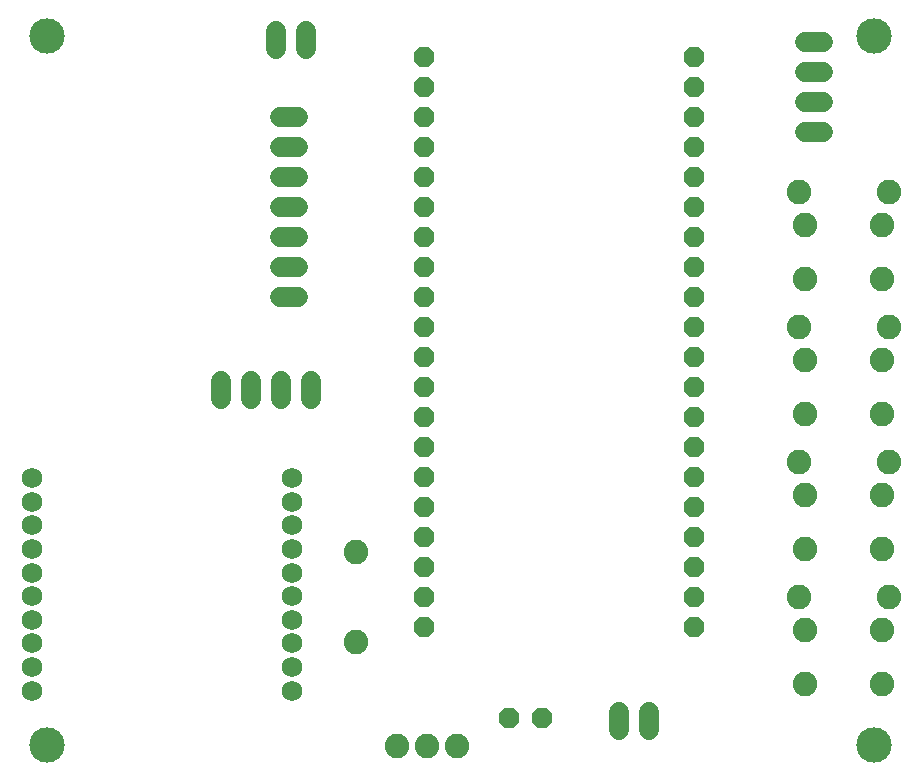
<source format=gts>
G75*
%MOIN*%
%OFA0B0*%
%FSLAX25Y25*%
%IPPOS*%
%LPD*%
%AMOC8*
5,1,8,0,0,1.08239X$1,22.5*
%
%ADD10C,0.11824*%
%ADD11C,0.06800*%
%ADD12OC8,0.06737*%
%ADD13OC8,0.06800*%
%ADD14C,0.08200*%
%ADD15C,0.06800*%
D10*
X0018548Y0026298D03*
X0018548Y0262519D03*
X0294139Y0262519D03*
X0294139Y0026298D03*
D11*
X0219050Y0031250D02*
X0219050Y0037250D01*
X0209050Y0037250D02*
X0209050Y0031250D01*
X0106300Y0141550D02*
X0106300Y0147550D01*
X0096300Y0147550D02*
X0096300Y0141550D01*
X0086300Y0141550D02*
X0086300Y0147550D01*
X0076300Y0147550D02*
X0076300Y0141550D01*
X0096050Y0175550D02*
X0102050Y0175550D01*
X0102050Y0185550D02*
X0096050Y0185550D01*
X0096050Y0195550D02*
X0102050Y0195550D01*
X0102050Y0205550D02*
X0096050Y0205550D01*
X0096050Y0215550D02*
X0102050Y0215550D01*
X0102050Y0225550D02*
X0096050Y0225550D01*
X0096050Y0235550D02*
X0102050Y0235550D01*
X0104800Y0258050D02*
X0104800Y0264050D01*
X0094800Y0264050D02*
X0094800Y0258050D01*
X0271050Y0260550D02*
X0277050Y0260550D01*
X0277050Y0250550D02*
X0271050Y0250550D01*
X0271050Y0240550D02*
X0277050Y0240550D01*
X0277050Y0230550D02*
X0271050Y0230550D01*
D12*
X0234050Y0225550D03*
X0234050Y0235550D03*
X0234050Y0245550D03*
X0234050Y0255550D03*
X0234050Y0215550D03*
X0234050Y0205550D03*
X0234050Y0195550D03*
X0234050Y0185550D03*
X0234050Y0175550D03*
X0234050Y0165550D03*
X0234050Y0155550D03*
X0234050Y0145550D03*
X0234050Y0135550D03*
X0234050Y0125550D03*
X0234050Y0115550D03*
X0234050Y0105550D03*
X0234050Y0095550D03*
X0234050Y0085550D03*
X0234050Y0075550D03*
X0234050Y0065550D03*
X0144050Y0065550D03*
X0144050Y0075550D03*
X0144050Y0085550D03*
X0144050Y0095550D03*
X0144050Y0105550D03*
X0144050Y0115550D03*
X0144050Y0125550D03*
X0144050Y0135550D03*
X0144050Y0145550D03*
X0144050Y0155550D03*
X0144050Y0165550D03*
X0144050Y0175550D03*
X0144050Y0185550D03*
X0144050Y0195550D03*
X0144050Y0205550D03*
X0144050Y0215550D03*
X0144050Y0225550D03*
X0144050Y0235550D03*
X0144050Y0245550D03*
X0144050Y0255550D03*
D13*
X0172550Y0035050D03*
X0183550Y0035050D03*
D14*
X0155050Y0025800D03*
X0145050Y0025800D03*
X0135050Y0025800D03*
X0121550Y0060550D03*
X0121550Y0090550D03*
X0269050Y0075550D03*
X0271250Y0064450D03*
X0271250Y0046650D03*
X0296850Y0046650D03*
X0296850Y0064450D03*
X0299050Y0075550D03*
X0296850Y0091650D03*
X0296850Y0109450D03*
X0299050Y0120550D03*
X0296850Y0136650D03*
X0296850Y0154450D03*
X0299050Y0165550D03*
X0296850Y0181650D03*
X0296850Y0199450D03*
X0299050Y0210550D03*
X0271250Y0199450D03*
X0269050Y0210550D03*
X0271250Y0181650D03*
X0269050Y0165550D03*
X0271250Y0154450D03*
X0271250Y0136650D03*
X0269050Y0120550D03*
X0271250Y0109450D03*
X0271250Y0091650D03*
D15*
X0100107Y0091554D03*
X0100107Y0099428D03*
X0100107Y0107302D03*
X0100107Y0115176D03*
X0100107Y0083680D03*
X0100107Y0075806D03*
X0100107Y0067932D03*
X0100107Y0060058D03*
X0100107Y0052184D03*
X0100107Y0044310D03*
X0013493Y0044310D03*
X0013493Y0052184D03*
X0013493Y0060058D03*
X0013493Y0067932D03*
X0013493Y0075806D03*
X0013493Y0083680D03*
X0013493Y0091554D03*
X0013493Y0099428D03*
X0013493Y0107302D03*
X0013493Y0115176D03*
M02*

</source>
